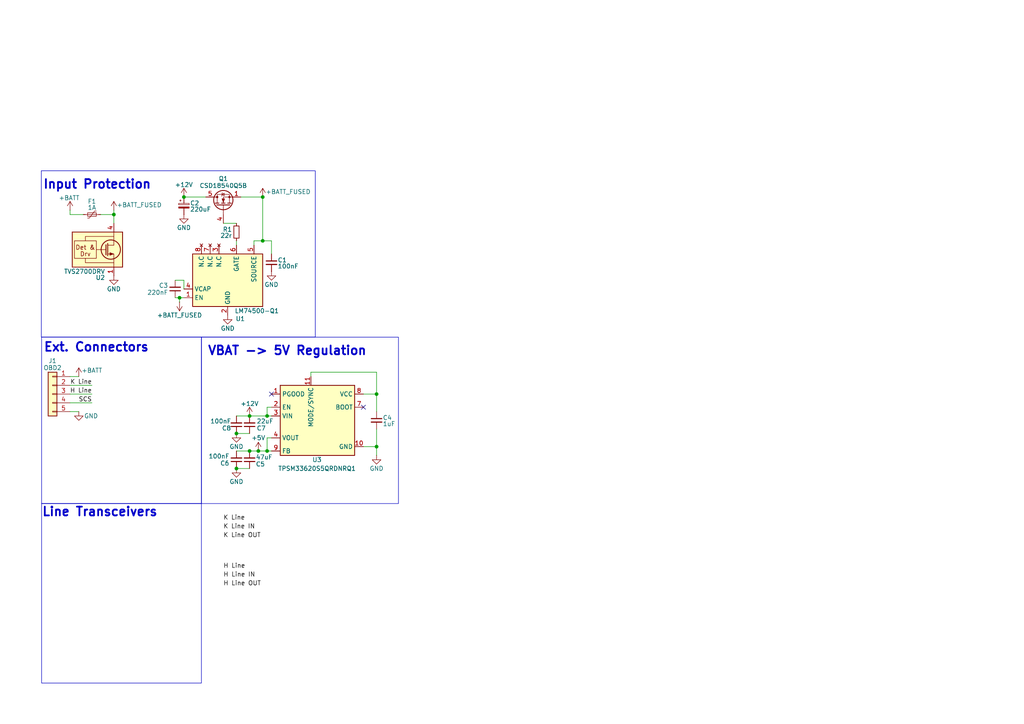
<source format=kicad_sch>
(kicad_sch (version 20250114) (generator "eeschema") (generator_version "9.0")
  (paper "A4")
  (lib_symbols
    (symbol "Connector_Generic:Conn_01x05" (pin_names (offset 1.016) (hide yes))
      (property "Reference" "J" (at 0 7.62 0))
      (property "Value" "Conn_01x05" (at 0 -7.62 0))
      (symbol "Conn_01x05_1_1"
        (rectangle (start -1.27 6.35) (end 1.27 -6.35) (stroke (width 0.254)) (fill (type background)))
        (rectangle (start -1.27 5.207) (end 0 4.953) (stroke (width 0.1524)))
        (rectangle (start -1.27 2.667) (end 0 2.413) (stroke (width 0.1524)))
        (rectangle (start -1.27 0.127) (end 0 -0.127) (stroke (width 0.1524)))
        (rectangle (start -1.27 -2.413) (end 0 -2.667) (stroke (width 0.1524)))
        (rectangle (start -1.27 -4.953) (end 0 -5.207) (stroke (width 0.1524)))
        (pin passive line (at -5.08 5.08 0) (length 3.81) (name "Pin_1") (number "1"))
        (pin passive line (at -5.08 2.54 0) (length 3.81) (name "Pin_2") (number "2"))
        (pin passive line (at -5.08 0 0) (length 3.81) (name "Pin_3") (number "3"))
        (pin passive line (at -5.08 -2.54 0) (length 3.81) (name "Pin_4") (number "4"))
        (pin passive line (at -5.08 -5.08 0) (length 3.81) (name "Pin_5") (number "5"))
      )
    )
    (symbol "Device:C_Polarized_Small" (pin_numbers (hide yes)) (pin_names (offset 0.254) (hide yes))
      (property "Reference" "C" (at 0.254 1.778 0))
      (property "Value" "C_Polarized_Small" (at 0.254 -2.032 0))
      (symbol "C_Polarized_Small_0_1"
        (rectangle (start -1.524 0.6858) (end 1.524 0.3048))
        (rectangle (start -1.524 -0.3048) (end 1.524 -0.6858) (fill (type outline)))
        (polyline (pts (xy -1.27 1.524) (xy -0.762 1.524)))
        (polyline (pts (xy -1.016 1.27) (xy -1.016 1.778)))
      )
      (symbol "C_Polarized_Small_1_1"
        (pin passive line (at 0 2.54 270) (length 1.8542) (name "~") (number "1"))
        (pin passive line (at 0 -2.54 90) (length 1.8542) (name "~") (number "2"))
      )
    )
    (symbol "Device:C_Small" (pin_numbers (hide yes)) (pin_names (offset 0.254) (hide yes))
      (property "Reference" "C" (at 0.254 1.778 0))
      (property "Value" "C_Small" (at 0.254 -2.032 0))
      (symbol "C_Small_0_1"
        (polyline (pts (xy -1.524 0.508) (xy 1.524 0.508)) (stroke (width 0.3048)))
        (polyline (pts (xy -1.524 -0.508) (xy 1.524 -0.508)) (stroke (width 0.3302)))
      )
      (symbol "C_Small_1_1"
        (pin passive line (at 0 2.54 270) (length 2.032) (name "~") (number "1"))
        (pin passive line (at 0 -2.54 90) (length 2.032) (name "~") (number "2"))
      )
    )
    (symbol "Device:Polyfuse_Small" (pin_numbers (hide yes)) (pin_names (offset 0))
      (property "Reference" "F" (at -1.905 0 90))
      (property "Value" "Polyfuse_Small" (at 1.905 0 90))
      (symbol "Polyfuse_Small_0_1"
        (polyline (pts (xy -1.016 1.27) (xy -1.016 0.762) (xy 1.016 -0.762) (xy 1.016 -1.27)))
        (rectangle (start -0.508 1.27) (end 0.508 -1.27))
        (polyline (pts (xy 0 2.54) (xy 0 -2.54)))
      )
      (symbol "Polyfuse_Small_1_1"
        (pin passive line (at 0 2.54 270) (length 0.635) (name "~") (number "1"))
        (pin passive line (at 0 -2.54 90) (length 0.635) (name "~") (number "2"))
      )
    )
    (symbol "Device:R_Small" (pin_numbers (hide yes)) (pin_names (offset 0.254) (hide yes))
      (property "Reference" "R" (at 0.762 0.508 0))
      (property "Value" "R_Small" (at 0.762 -1.016 0))
      (symbol "R_Small_0_1"
        (rectangle (start -0.762 1.778) (end 0.762 -1.778) (stroke (width 0.2032)))
      )
      (symbol "R_Small_1_1"
        (pin passive line (at 0 2.54 270) (length 0.762) (name "~") (number "1"))
        (pin passive line (at 0 -2.54 90) (length 0.762) (name "~") (number "2"))
      )
    )
    (symbol "Power_Protection:TVS2700DRV" (pin_names (offset 0) (hide yes))
      (property "Reference" "U" (at 2.54 1.27 0))
      (property "Value" "TVS2700DRV" (at 2.54 -1.27 0))
      (symbol "TVS2700DRV_0_0"
        (rectangle (start -11.43 2.54) (end -5.08 -2.54))
        (polyline (pts (xy -8.255 2.54) (xy -8.255 3.81) (xy 0 3.81)))
        (polyline (pts (xy -8.255 -2.54) (xy -8.255 -3.81) (xy 0 -3.81)))
        (polyline (pts (xy 0 1.27) (xy -1.778 1.27)))
        (text "Det &" (at -8.255 0.635 0) (effects (font (size 1.27 1.27))))
        (text "Drv" (at -8.255 -1.27 0) (effects (font (size 1.27 1.27))))
      )
      (symbol "TVS2700DRV_0_1"
        (rectangle (start -12.065 5.08) (end 2.54 -5.08) (stroke (width 0.254)) (fill (type background)))
        (polyline (pts (xy -2.286 1.397) (xy -2.286 -1.524)) (stroke (width 0.254)))
        (polyline (pts (xy -2.286 0) (xy -5.08 0)))
        (polyline (pts (xy -1.778 1.778) (xy -1.778 -1.778)) (stroke (width 0.254)))
        (circle (center -0.889 0) (radius 2.794) (stroke (width 0.254)))
        (polyline (pts (xy -0.127 -1.27) (xy -1.143 -1.651) (xy -1.143 -0.889) (xy -0.127 -1.27)) (fill (type outline)))
        (polyline (pts (xy 0 5.08) (xy 0 2.54)))
        (polyline (pts (xy 0 2.54) (xy 0 1.27)))
        (polyline (pts (xy 0 -2.54) (xy 0 -5.08)))
        (polyline (pts (xy 0 -2.54) (xy 0 -1.27) (xy -1.778 -1.27)))
      )
      (symbol "TVS2700DRV_1_1"
        (pin passive line (at 0 7.62 270) (length 2.54) (name "IN") (number "4"))
        (pin passive line (at 0 7.62 270) (length 2.54) (hide yes) (name "IN") (number "5"))
        (pin passive line (at 0 7.62 270) (length 2.54) (hide yes) (name "IN") (number "6"))
        (pin power_in line (at 0 -7.62 90) (length 2.54) (name "GND") (number "1"))
        (pin passive line (at 0 -7.62 90) (length 2.54) (hide yes) (name "GND") (number "2"))
        (pin passive line (at 0 -7.62 90) (length 2.54) (hide yes) (name "GND") (number "3"))
        (pin passive line (at 0 -7.62 90) (length 2.54) (hide yes) (name "GND") (number "7"))
      )
    )
    (symbol "TIParts:LM74500-Q1"
      (property "Reference" "U" (at -9.525 -8.89 0))
      (property "Value" "LM74500-Q1" (at 7.62 -8.89 0))
      (symbol "LM74500-Q1_0_1"
        (rectangle (start -10.16 7.62) (end 10.16 -7.62) (stroke (width 0.254)) (fill (type background)))
      )
      (symbol "LM74500-Q1_1_1"
        (pin passive line (at -12.7 -2.54 0) (length 2.54) (name "VCAP") (number "4"))
        (pin input line (at -12.7 -5.08 0) (length 2.54) (name "EN") (number "1"))
        (pin no_connect line (at -7.62 10.16 270) (length 2.54) (name "N.C") (number "8"))
        (pin no_connect line (at -5.08 10.16 270) (length 2.54) (name "N.C") (number "7"))
        (pin no_connect line (at -2.54 10.16 270) (length 2.54) (name "N.C") (number "3"))
        (pin power_in line (at 0 -10.16 90) (length 2.54) (name "GND") (number "2"))
        (pin output line (at 2.54 10.16 270) (length 2.54) (name "GATE") (number "6"))
        (pin input line (at 7.62 10.16 270) (length 2.54) (name "SOURCE") (number "5"))
      )
    )
    (symbol "TIParts:TPSM33620S5QRD"
      (property "Reference" "U" (at -0.762 -11.176 0))
      (property "Value" "TPSM33620S5QRD" (at -8.636 -13.208 0))
      (symbol "TPSM33620S5QRD_0_1"
        (rectangle (start -11.43 10.16) (end 10.16 -10.16) (stroke (width 0.254)) (fill (type background)))
      )
      (symbol "TPSM33620S5QRD_1_1"
        (pin open_collector line (at -13.97 7.62 0) (length 2.54) (name "PGOOD") (number "1"))
        (pin input line (at -13.97 3.81 0) (length 2.54) (name "EN") (number "2"))
        (pin input line (at -13.97 1.27 0) (length 2.54) (name "VIN") (number "3"))
        (pin output line (at -13.97 -5.08 0) (length 2.54) (name "VOUT") (number "4"))
        (pin input line (at -13.97 -8.89 0) (length 2.54) (name "FB") (number "9"))
        (pin bidirectional line (at -2.54 12.7 270) (length 2.54) (name "MODE/SYNC") (number "11"))
        (pin output line (at 12.7 7.62 180) (length 2.54) (name "VCC") (number "8"))
        (pin passive line (at 12.7 3.81 180) (length 2.54) (name "BOOT") (number "7"))
        (pin passive line (at 12.7 1.27 180) (length 2.54) (hide yes) (name "SW") (number "6"))
        (pin passive line (at 12.7 -1.27 180) (length 2.54) (hide yes) (name "SW") (number "5"))
        (pin passive line (at 12.7 -7.62 180) (length 2.54) (name "GND") (number "10"))
      )
    )
    (symbol "Transistor_FET:CSD18540Q5B" (pin_names (hide yes))
      (property "Reference" "Q" (at 5.08 1.905 0))
      (property "Value" "CSD18540Q5B" (at 5.08 0 0))
      (symbol "CSD18540Q5B_0_1"
        (polyline (pts (xy 0.254 1.905) (xy 0.254 -1.905)) (stroke (width 0.254)))
        (polyline (pts (xy 0.254 0) (xy -2.54 0)))
        (polyline (pts (xy 0.762 2.286) (xy 0.762 1.27)) (stroke (width 0.254)))
        (polyline (pts (xy 0.762 0.508) (xy 0.762 -0.508)) (stroke (width 0.254)))
        (polyline (pts (xy 0.762 -1.27) (xy 0.762 -2.286)) (stroke (width 0.254)))
        (polyline (pts (xy 0.762 -1.778) (xy 3.302 -1.778) (xy 3.302 1.778) (xy 0.762 1.778)))
        (polyline (pts (xy 1.016 0) (xy 2.032 0.381) (xy 2.032 -0.381) (xy 1.016 0)) (fill (type outline)))
        (circle (center 1.651 0) (radius 2.794) (stroke (width 0.254)))
        (polyline (pts (xy 2.54 2.54) (xy 2.54 1.778)))
        (circle (center 2.54 1.778) (radius 0.254) (fill (type outline)))
        (circle (center 2.54 -1.778) (radius 0.254) (fill (type outline)))
        (polyline (pts (xy 2.54 -2.54) (xy 2.54 0) (xy 0.762 0)))
        (polyline (pts (xy 2.794 0.508) (xy 2.921 0.381) (xy 3.683 0.381) (xy 3.81 0.254)))
        (polyline (pts (xy 3.302 0.381) (xy 2.921 -0.254) (xy 3.683 -0.254) (xy 3.302 0.381)))
      )
      (symbol "CSD18540Q5B_1_1"
        (pin passive line (at -5.08 0 0) (length 2.54) (name "G") (number "4"))
        (pin passive line (at 2.54 5.08 270) (length 2.54) (name "D") (number "5"))
        (pin passive line (at 2.54 -5.08 90) (length 2.54) (name "S") (number "1"))
        (pin passive line (at 2.54 -5.08 90) (length 2.54) (hide yes) (name "S") (number "2"))
        (pin passive line (at 2.54 -5.08 90) (length 2.54) (hide yes) (name "S") (number "3"))
      )
    )
    (symbol "power:+5V" (power) (pin_numbers (hide yes)) (pin_names (offset 0) (hide yes))
      (property "Value" "+5V" (at 0 3.556 0))
      (symbol "+5V_0_1"
        (polyline (pts (xy -0.762 1.27) (xy 0 2.54)))
        (polyline (pts (xy 0 2.54) (xy 0.762 1.27)))
        (polyline (pts (xy 0 0) (xy 0 2.54)))
      )
      (symbol "+5V_1_1"
        (pin power_in line (at 0 0 90) (length 0) (name "~") (number "1"))
      )
    )
    (symbol "power:+BATT" (power) (pin_numbers (hide yes)) (pin_names (offset 0) (hide yes))
      (property "Value" "+BATT" (at 0 3.556 0))
      (symbol "+BATT_0_1"
        (polyline (pts (xy -0.762 1.27) (xy 0 2.54)))
        (polyline (pts (xy 0 2.54) (xy 0.762 1.27)))
        (polyline (pts (xy 0 0) (xy 0 2.54)))
      )
      (symbol "+BATT_1_1"
        (pin power_in line (at 0 0 90) (length 0) (name "~") (number "1"))
      )
    )
    (symbol "power:GND" (power) (pin_numbers (hide yes)) (pin_names (offset 0) (hide yes))
      (property "Value" "GND" (at 0 -3.81 0))
      (symbol "GND_0_1"
        (polyline (pts (xy 0 0) (xy 0 -1.27) (xy 1.27 -1.27) (xy 0 -2.54) (xy -1.27 -1.27) (xy 0 -1.27)))
      )
      (symbol "GND_1_1"
        (pin power_in line (at 0 0 270) (length 0) (name "~") (number "1"))
      )
    )
  )
  (rectangle (start 12.065 97.79) (end 58.42 146.05))
  (rectangle (start 12.065 146.05) (end 58.42 198.12))
  (rectangle (start 11.9849 49.53) (end 91.44 97.7751))
  (rectangle (start 58.42 97.79) (end 115.5699 146.0499))
  (text "Ext. Connectors" (at 27.94 100.838 0) (effects (font (size 2.54 2.54) (thickness 0.508) (bold yes))))
  (text "Line Transceivers" (at 28.956 148.59 0) (effects (font (size 2.54 2.54) (thickness 0.508) (bold yes))))
  (text "VBAT -> 5V Regulation" (at 83.312 101.854 0) (effects (font (size 2.54 2.54) (thickness 0.508) (bold yes))))
  (text "Input Protection" (at 28.194 53.594 0) (effects (font (size 2.54 2.54) (thickness 0.508) (bold yes))))
  (junction (at 72.39 120.65))
  (junction (at 77.47 130.81))
  (junction (at 68.58 135.89))
  (junction (at 52.07 86.36))
  (junction (at 74.93 130.81))
  (junction (at 53.34 57.15))
  (junction (at 109.22 129.54))
  (junction (at 33.02 62.23))
  (junction (at 109.22 114.3))
  (junction (at 77.47 120.65))
  (junction (at 76.2 57.15))
  (junction (at 72.39 130.81))
  (junction (at 76.2 69.85))
  (junction (at 68.58 125.73))
  (no_connect (at 105.41 118.11))
  (no_connect (at 78.74 114.3))
  (wire (pts (xy 64.77 64.77) (xy 68.58 64.77)))
  (wire (pts (xy 90.17 107.95) (xy 109.22 107.95)))
  (wire (pts (xy 53.34 86.36) (xy 52.07 86.36)))
  (wire (pts (xy 109.22 132.08) (xy 109.22 129.54)))
  (wire (pts (xy 78.74 127) (xy 77.47 127)))
  (wire (pts (xy 68.58 125.73) (xy 72.39 125.73)))
  (wire (pts (xy 20.32 119.38) (xy 22.86 119.38)))
  (wire (pts (xy 72.39 120.65) (xy 77.47 120.65)))
  (wire (pts (xy 52.07 86.36) (xy 52.07 87.63)))
  (wire (pts (xy 68.58 120.65) (xy 72.39 120.65)))
  (wire (pts (xy 53.34 81.28) (xy 50.8 81.28)))
  (wire (pts (xy 76.2 57.15) (xy 76.2 69.85)))
  (wire (pts (xy 73.66 69.85) (xy 76.2 69.85)))
  (wire (pts (xy 20.32 62.23) (xy 24.13 62.23)))
  (wire (pts (xy 77.47 127) (xy 77.47 130.81)))
  (wire (pts (xy 68.58 69.85) (xy 68.58 71.12)))
  (wire (pts (xy 77.47 118.11) (xy 77.47 120.65)))
  (wire (pts (xy 109.22 107.95) (xy 109.22 114.3)))
  (wire (pts (xy 77.47 120.65) (xy 78.74 120.65)))
  (wire (pts (xy 76.2 69.85) (xy 78.74 69.85)))
  (wire (pts (xy 78.74 69.85) (xy 78.74 73.66)))
  (wire (pts (xy 53.34 57.15) (xy 59.69 57.15)))
  (wire (pts (xy 29.21 62.23) (xy 33.02 62.23)))
  (wire (pts (xy 73.66 69.85) (xy 73.66 71.12)))
  (wire (pts (xy 53.34 83.82) (xy 53.34 81.28)))
  (wire (pts (xy 33.02 64.77) (xy 33.02 62.23)))
  (wire (pts (xy 109.22 114.3) (xy 105.41 114.3)))
  (wire (pts (xy 20.32 111.76) (xy 26.67 111.76)))
  (wire (pts (xy 68.58 135.89) (xy 72.39 135.89)))
  (wire (pts (xy 105.41 129.54) (xy 109.22 129.54)))
  (wire (pts (xy 69.85 57.15) (xy 76.2 57.15)))
  (wire (pts (xy 77.47 130.81) (xy 78.74 130.81)))
  (wire (pts (xy 20.32 60.96) (xy 20.32 62.23)))
  (wire (pts (xy 68.58 130.81) (xy 72.39 130.81)))
  (wire (pts (xy 20.32 109.22) (xy 22.86 109.22)))
  (wire (pts (xy 90.17 107.95) (xy 90.17 109.22)))
  (wire (pts (xy 20.32 114.3) (xy 26.67 114.3)))
  (wire (pts (xy 72.39 130.81) (xy 74.93 130.81)))
  (wire (pts (xy 33.02 60.96) (xy 33.02 62.23)))
  (wire (pts (xy 50.8 86.36) (xy 52.07 86.36)))
  (wire (pts (xy 109.22 119.38) (xy 109.22 114.3)))
  (wire (pts (xy 78.74 118.11) (xy 77.47 118.11)))
  (wire (pts (xy 74.93 130.81) (xy 77.47 130.81)))
  (wire (pts (xy 20.32 116.84) (xy 26.67 116.84)))
  (wire (pts (xy 109.22 129.54) (xy 109.22 124.46)))
  (label "H Line" (at 26.67 114.3 180))
  (label "K Line IN" (at 64.77 153.67 0))
  (label "SCS" (at 26.67 116.84 180))
  (label "H Line OUT" (at 64.77 170.18 0))
  (label "K Line" (at 64.77 151.13 0))
  (label "H Line IN" (at 64.77 167.64 0))
  (label "K Line OUT" (at 64.77 156.21 0))
  (label "H Line" (at 64.77 165.1 0))
  (label "K Line" (at 26.67 111.76 180))
  (symbol (lib_id "power:+BATT") (at 33.02 60.96 0) (unit 1)
    (property "Reference" "#PWR011" (effects (hide yes)))
    (property "Value" "+BATT_FUSED" (at 40.386 59.436 0))
    (property "Description" "Power symbol creates a global label with name \"+BATT\"" (effects (hide yes)))
  )
  (symbol (lib_id "Device:C_Small") (at 72.39 123.19 180) (unit 1)
    (property "Reference" "C7" (at 74.422 124.206 0) (effects (justify right)))
    (property "Value" "22uF" (at 74.422 122.174 0) (effects (justify right)))
    (property "Footprint" "Capacitor_SMD:C_1210_3225Metric" (effects (hide yes)))
    (property "Description" "Unpolarized capacitor, small symbol" (effects (hide yes)))
    (property "Part" "GRM32ER61E226KE15L" (effects (hide yes)))
  )
  (symbol (lib_id "Power_Protection:TVS2700DRV") (at 33.02 72.39 0) (unit 1)
    (property "Reference" "U2" (at 30.48 80.518 0) (effects (justify right)))
    (property "Value" "TVS2700DRV" (at 30.48 78.74 0) (effects (justify right)))
    (property "Footprint" "Package_SON:WSON-6-1EP_2x2mm_P0.65mm_EP1x1.6mm" (effects (hide yes)))
    (property "Datasheet" "http://www.ti.com/lit/ds/symlink/tvs2700.pdf" (effects (hide yes)))
    (property "Description" "Flat-Clamp Surge Protection Device. 27Vrwm, WSON-6" (effects (hide yes)))
  )
  (symbol (lib_id "power:GND") (at 22.86 119.38 0) (unit 1)
    (property "Reference" "#PWR06" (effects (hide yes)))
    (property "Value" "GND" (at 26.416 120.65 0))
    (property "Description" "Power symbol creates a global label with name \"GND\" , ground" (effects (hide yes)))
  )
  (symbol (lib_id "Device:C_Small") (at 68.58 133.35 180) (unit 1)
    (property "Reference" "C6" (at 66.548 134.366 0) (effects (justify left)))
    (property "Value" "100nF" (at 66.548 132.334 0) (effects (justify left)))
    (property "Footprint" "Capacitor_SMD:C_0402_1005Metric" (effects (hide yes)))
    (property "Description" "Unpolarized capacitor, small symbol" (effects (hide yes)))
    (property "Part" "C1005X5R1H104K050BB" (effects (hide yes)))
  )
  (symbol (lib_id "Device:R_Small") (at 68.58 67.31 0) (mirror y) (unit 1)
    (property "Reference" "R1" (at 67.31 66.548 0) (effects (justify left)))
    (property "Value" "22r" (at 67.31 68.326 0) (effects (justify left)))
    (property "Footprint" "Resistor_SMD:R_0402_1005Metric" (effects (hide yes)))
    (property "Description" "Resistor, small symbol" (effects (hide yes)))
  )
  (symbol (lib_id "power:GND") (at 68.58 135.89 0) (unit 1)
    (property "Reference" "#PWR014" (effects (hide yes)))
    (property "Value" "GND" (at 68.58 139.7 0))
    (property "Description" "Power symbol creates a global label with name \"GND\" , ground" (effects (hide yes)))
  )
  (symbol (lib_id "Device:C_Small") (at 50.8 83.82 180) (unit 1)
    (property "Reference" "C3" (at 48.768 82.804 0) (effects (justify left)))
    (property "Value" "220nF" (at 48.768 84.836 0) (effects (justify left)))
    (property "Footprint" "Capacitor_SMD:C_0402_1005Metric" (effects (hide yes)))
    (property "Description" "Unpolarized capacitor, small symbol" (effects (hide yes)))
  )
  (symbol (lib_id "power:GND") (at 33.02 80.01 0) (unit 1)
    (property "Reference" "#PWR03" (effects (hide yes)))
    (property "Value" "GND" (at 33.02 83.82 0))
    (property "Description" "Power symbol creates a global label with name \"GND\" , ground" (effects (hide yes)))
  )
  (symbol (lib_id "Transistor_FET:CSD18540Q5B") (at 64.77 59.69 90) (unit 1)
    (property "Reference" "Q1" (at 64.77 51.816 90))
    (property "Value" "CSD18540Q5B" (at 64.77 53.848 90))
    (property "Footprint" "Package_TO_SOT_SMD:TDSON-8-1" (effects (hide yes)))
    (property "Datasheet" "http://www.ti.com/lit/gpn/csd18540q5b" (effects (hide yes)))
    (property "Description" "100A Id, 60V Vds, NexFET N-Channel Power MOSFET, 2.2mOhm Ron, 41nC Qg(typ), SON8 5x6mm" (effects (hide yes)))
  )
  (symbol (lib_id "power:GND") (at 68.58 125.73 0) (unit 1)
    (property "Reference" "#PWR013" (effects (hide yes)))
    (property "Value" "GND" (at 68.58 129.54 0))
    (property "Description" "Power symbol creates a global label with name \"GND\" , ground" (effects (hide yes)))
  )
  (symbol (lib_id "power:+BATT") (at 52.07 87.63 180) (unit 1)
    (property "Reference" "#PWR05" (effects (hide yes)))
    (property "Value" "+BATT_FUSED" (at 52.07 91.44 0))
    (property "Description" "Power symbol creates a global label with name \"+BATT\"" (effects (hide yes)))
  )
  (symbol (lib_id "power:+BATT") (at 22.86 109.22 0) (unit 1)
    (property "Reference" "#PWR01" (effects (hide yes)))
    (property "Value" "+BATT" (at 26.67 107.442 0))
    (property "Description" "Power symbol creates a global label with name \"+BATT\"" (effects (hide yes)))
  )
  (symbol (lib_id "TIParts:TPSM33620S5QRD") (at 92.71 121.92 0) (unit 1)
    (property "Reference" "U3" (at 91.948 133.35 0))
    (property "Value" "TPSM33620S5QRDNRQ1" (at 91.948 135.89 0))
    (property "Footprint" "TIParts:RDN0011A-MFG" (effects (hide yes)))
    (property "Datasheet" "https://www.ti.com/lit/ds/symlink/tpsm33620-q1.pdf" (effects (hide yes)))
    (property "Description" "36-V, 2A input, stepdown, DC/DC converter, Texas B3QFN-14" (effects (hide yes)))
  )
  (symbol (lib_id "power:+BATT") (at 53.34 57.15 0) (unit 1)
    (property "Reference" "#PWR010" (effects (hide yes)))
    (property "Value" "+12V" (at 53.34 53.594 0))
    (property "Description" "Power symbol creates a global label with name \"+BATT\"" (effects (hide yes)))
  )
  (symbol (lib_id "TIParts:LM74500-Q1") (at 66.04 81.28 0) (unit 1)
    (property "Reference" "U1" (at 68.326 92.456 0) (effects (justify left)))
    (property "Value" "LM74500-Q1" (at 68.072 90.17 0) (effects (justify left)))
    (property "Footprint" "Package_TO_SOT_SMD:SOT-23-8" (effects (hide yes)))
    (property "Datasheet" "https://www.ti.com/product/LM74500-Q1" (effects (hide yes)))
    (property "Description" "Low Iq reverse battery protection ideal diode controller, SOT-23-THN (DDF)" (effects (hide yes)))
  )
  (symbol (lib_id "power:GND") (at 53.34 62.23 0) (unit 1)
    (property "Reference" "#PWR08" (effects (hide yes)))
    (property "Value" "GND" (at 53.34 66.04 0))
    (property "Description" "Power symbol creates a global label with name \"GND\" , ground" (effects (hide yes)))
  )
  (symbol (lib_id "power:GND") (at 66.04 91.44 0) (unit 1)
    (property "Reference" "#PWR04" (effects (hide yes)))
    (property "Value" "GND" (at 66.04 95.25 0))
    (property "Description" "Power symbol creates a global label with name \"GND\" , ground" (effects (hide yes)))
  )
  (symbol (lib_id "Connector_Generic:Conn_01x05") (at 15.24 114.3 0) (mirror y) (unit 1)
    (property "Reference" "J1" (at 15.24 104.648 0))
    (property "Value" "OBD2" (at 15.24 106.68 0))
    (property "Footprint" "Connector_Molex:Molex_SL_171971-0004_1x04_P2.54mm_Vertical" (effects (hide yes)))
    (property "Description" "Generic connector, single row, 01x05, script generated (kicad-library-utils/schlib/autogen/connector/)" (effects (hide yes)))
  )
  (symbol (lib_id "Device:C_Small") (at 68.58 123.19 180) (unit 1)
    (property "Reference" "C8" (at 67.056 124.206 0) (effects (justify left)))
    (property "Value" "100nF" (at 67.056 122.174 0) (effects (justify left)))
    (property "Footprint" "Capacitor_SMD:C_0402_1005Metric" (effects (hide yes)))
    (property "Description" "Unpolarized capacitor, small symbol" (effects (hide yes)))
    (property "Part" "C1005X5R1H104K050BB" (effects (hide yes)))
  )
  (symbol (lib_id "Device:C_Polarized_Small") (at 53.34 59.69 0) (unit 1)
    (property "Reference" "C2" (at 55.118 58.928 0) (effects (justify left)))
    (property "Value" "220uF" (at 55.118 60.706 0) (effects (justify left)))
    (property "Footprint" "Capacitor_SMD:C_Elec_6.3x5.8" (effects (hide yes)))
    (property "Description" "Polarized capacitor, small symbol" (effects (hide yes)))
    (property "Part" "UWT1H221MNL1GS" (effects (hide yes)))
  )
  (symbol (lib_id "Device:C_Small") (at 72.39 133.35 180) (unit 1)
    (property "Reference" "C5" (at 74.168 134.62 0) (effects (justify right)))
    (property "Value" "47uF" (at 74.168 132.588 0) (effects (justify right)))
    (property "Footprint" "Capacitor_SMD:C_1206_3216Metric" (effects (hide yes)))
    (property "Description" "Unpolarized capacitor, small symbol" (effects (hide yes)))
    (property "Part" "GRM31CR61A476KE15L" (effects (hide yes)))
  )
  (symbol (lib_id "power:+BATT") (at 20.32 60.96 0) (unit 1)
    (property "Reference" "#PWR02" (effects (hide yes)))
    (property "Value" "+BATT" (at 20.066 57.404 0))
    (property "Description" "Power symbol creates a global label with name \"+BATT\"" (effects (hide yes)))
  )
  (symbol (lib_id "power:GND") (at 109.22 132.08 0) (unit 1)
    (property "Reference" "#PWR012" (effects (hide yes)))
    (property "Value" "GND" (at 109.22 135.89 0))
    (property "Description" "Power symbol creates a global label with name \"GND\" , ground" (effects (hide yes)))
  )
  (symbol (lib_id "Device:C_Small") (at 78.74 76.2 0) (unit 1)
    (property "Reference" "C1" (at 80.518 75.438 0) (effects (justify left)))
    (property "Value" "100nF" (at 80.518 77.216 0) (effects (justify left)))
    (property "Footprint" "Capacitor_SMD:C_0402_1005Metric" (effects (hide yes)))
    (property "Description" "Unpolarized capacitor, small symbol" (effects (hide yes)))
    (property "Part" "C1005X5R1H104K050BB" (effects (hide yes)))
  )
  (symbol (lib_id "power:GND") (at 78.74 78.74 0) (unit 1)
    (property "Reference" "#PWR07" (effects (hide yes)))
    (property "Value" "GND" (at 78.74 82.55 0))
    (property "Description" "Power symbol creates a global label with name \"GND\" , ground" (effects (hide yes)))
  )
  (symbol (lib_id "power:+5V") (at 74.93 130.81 0) (unit 1)
    (property "Reference" "#PWR016" (effects (hide yes)))
    (property "Value" "+5V" (at 74.93 127 0))
    (property "Description" "Power symbol creates a global label with name \"+5V\"" (effects (hide yes)))
  )
  (symbol (lib_id "Device:C_Small") (at 109.22 121.92 0) (unit 1)
    (property "Reference" "C4" (at 110.998 121.158 0) (effects (justify left)))
    (property "Value" "1uF" (at 110.998 122.936 0) (effects (justify left)))
    (property "Footprint" "Capacitor_SMD:C_0402_1005Metric" (effects (hide yes)))
    (property "Description" "Unpolarized capacitor, small symbol" (effects (hide yes)))
    (property "Part" "GRM155R71C104KA88D" (effects (hide yes)))
  )
  (symbol (lib_id "power:+BATT") (at 72.39 120.65 0) (unit 1)
    (property "Reference" "#PWR015" (effects (hide yes)))
    (property "Value" "+12V" (at 72.39 117.094 0))
    (property "Description" "Power symbol creates a global label with name \"+BATT\"" (effects (hide yes)))
  )
  (symbol (lib_id "Device:Polyfuse_Small") (at 26.67 62.23 90) (unit 1)
    (property "Reference" "F1" (at 26.67 58.42 90))
    (property "Value" "1A" (at 26.67 60.198 90))
    (property "Footprint" "Fuse:Fuse_1812_4532Metric" (effects (hide yes)))
    (property "Description" "Resettable fuse, polymeric positive temperature coefficient, small symbol" (effects (hide yes)))
    (property "Part" "1812L110/33MR" (effects (hide yes)))
  )
  (symbol (lib_id "power:+BATT") (at 76.2 57.15 0) (unit 1)
    (property "Reference" "#PWR09" (effects (hide yes)))
    (property "Value" "+BATT_FUSED" (at 83.566 55.626 0))
    (property "Description" "Power symbol creates a global label with name \"+BATT\"" (effects (hide yes)))
  )
)
</source>
